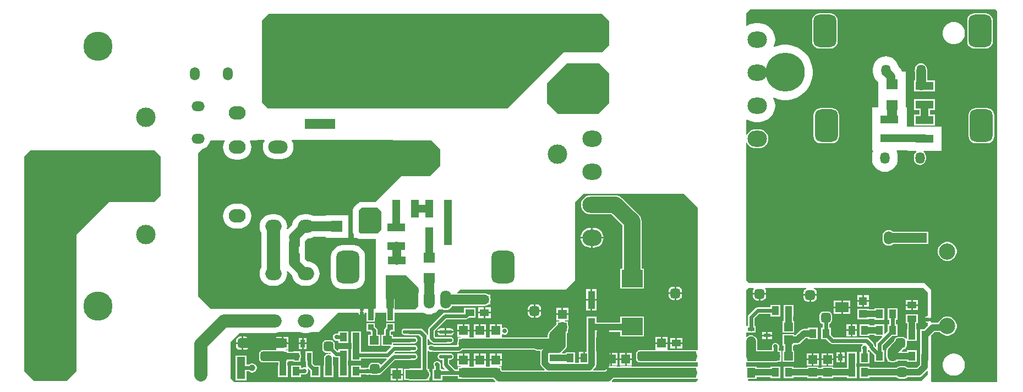
<source format=gbl>
G04*
G04 #@! TF.GenerationSoftware,Altium Limited,Altium Designer,22.0.2 (36)*
G04*
G04 Layer_Physical_Order=2*
G04 Layer_Color=16711680*
%FSLAX25Y25*%
%MOIN*%
G70*
G04*
G04 #@! TF.SameCoordinates,859FC916-3FFD-46C2-8808-FF4F4C249E12*
G04*
G04*
G04 #@! TF.FilePolarity,Positive*
G04*
G01*
G75*
%ADD34C,0.02362*%
%ADD35C,0.05906*%
%ADD36O,0.05906X0.07874*%
G04:AMPARAMS|DCode=37|XSize=59.06mil|YSize=59.06mil|CornerRadius=14.76mil|HoleSize=0mil|Usage=FLASHONLY|Rotation=90.000|XOffset=0mil|YOffset=0mil|HoleType=Round|Shape=RoundedRectangle|*
%AMROUNDEDRECTD37*
21,1,0.05906,0.02953,0,0,90.0*
21,1,0.02953,0.05906,0,0,90.0*
1,1,0.02953,0.01476,0.01476*
1,1,0.02953,0.01476,-0.01476*
1,1,0.02953,-0.01476,-0.01476*
1,1,0.02953,-0.01476,0.01476*
%
%ADD37ROUNDEDRECTD37*%
G04:AMPARAMS|DCode=38|XSize=236.22mil|YSize=236.22mil|CornerRadius=59.06mil|HoleSize=0mil|Usage=FLASHONLY|Rotation=0.000|XOffset=0mil|YOffset=0mil|HoleType=Round|Shape=RoundedRectangle|*
%AMROUNDEDRECTD38*
21,1,0.23622,0.11811,0,0,0.0*
21,1,0.11811,0.23622,0,0,0.0*
1,1,0.11811,0.05906,-0.05906*
1,1,0.11811,-0.05906,-0.05906*
1,1,0.11811,-0.05906,0.05906*
1,1,0.11811,0.05906,0.05906*
%
%ADD38ROUNDEDRECTD38*%
G04:AMPARAMS|DCode=39|XSize=59.06mil|YSize=59.06mil|CornerRadius=14.76mil|HoleSize=0mil|Usage=FLASHONLY|Rotation=180.000|XOffset=0mil|YOffset=0mil|HoleType=Round|Shape=RoundedRectangle|*
%AMROUNDEDRECTD39*
21,1,0.05906,0.02953,0,0,180.0*
21,1,0.02953,0.05906,0,0,180.0*
1,1,0.02953,-0.01476,0.01476*
1,1,0.02953,0.01476,0.01476*
1,1,0.02953,0.01476,-0.01476*
1,1,0.02953,-0.01476,-0.01476*
%
%ADD39ROUNDEDRECTD39*%
%ADD40O,0.06614X0.11024*%
G04:AMPARAMS|DCode=41|XSize=137.8mil|YSize=196.85mil|CornerRadius=34.45mil|HoleSize=0mil|Usage=FLASHONLY|Rotation=0.000|XOffset=0mil|YOffset=0mil|HoleType=Round|Shape=RoundedRectangle|*
%AMROUNDEDRECTD41*
21,1,0.13780,0.12795,0,0,0.0*
21,1,0.06890,0.19685,0,0,0.0*
1,1,0.06890,0.03445,-0.06398*
1,1,0.06890,-0.03445,-0.06398*
1,1,0.06890,-0.03445,0.06398*
1,1,0.06890,0.03445,0.06398*
%
%ADD41ROUNDEDRECTD41*%
%ADD42C,0.23622*%
%ADD43C,0.11811*%
%ADD44O,0.11811X0.09843*%
%ADD45C,0.17717*%
%ADD46O,0.05669X0.07087*%
%ADD47C,0.09843*%
%ADD48O,0.12598X0.15748*%
%ADD49O,0.09843X0.07874*%
%ADD50O,0.10236X0.08189*%
%ADD51O,0.07874X0.09843*%
%ADD52O,0.11811X0.07874*%
%ADD53O,0.05906X0.07874*%
%ADD54O,0.07874X0.05906*%
%ADD55C,0.02756*%
%ADD56C,0.03937*%
%ADD57R,0.07874X0.06000*%
%ADD58R,0.05118X0.04724*%
%ADD59R,0.04459X0.05421*%
%ADD60R,0.06803X0.05847*%
%ADD61R,0.11055X0.05049*%
%ADD62R,0.05510X0.03937*%
%ADD63R,0.05118X0.05906*%
%ADD64R,0.12992X0.10630*%
%ADD65R,0.05315X0.05551*%
%ADD66R,0.05421X0.04459*%
%ADD67R,0.05551X0.05315*%
%ADD68R,0.02756X0.04921*%
%ADD69C,0.01968*%
%ADD70R,0.05049X0.11055*%
%ADD71R,0.05847X0.06803*%
%ADD72R,0.03402X0.03175*%
%ADD73R,0.03937X0.05510*%
%ADD74R,0.02953X0.03937*%
%ADD75R,0.04213X0.02362*%
%ADD76R,0.04331X0.11024*%
%ADD77O,0.08051X0.02315*%
%ADD78R,0.05049X0.13606*%
%ADD79R,0.07087X0.06693*%
%ADD80C,0.07874*%
%ADD81C,0.03937*%
%ADD82C,0.04724*%
%ADD83C,0.05236*%
%ADD84C,0.09843*%
%ADD85C,0.03386*%
%ADD86C,0.05512*%
G36*
X593083Y225814D02*
Y1405D01*
X553713D01*
X553095Y2023D01*
Y29479D01*
X555202Y31585D01*
X558452D01*
X559487Y30550D01*
X560789Y29798D01*
X562241Y29409D01*
X563744D01*
X565196Y29798D01*
X566497Y30550D01*
X567560Y31613D01*
X568312Y32915D01*
X568701Y34367D01*
Y35870D01*
X568312Y37322D01*
X567560Y38623D01*
X566497Y39686D01*
X565196Y40438D01*
X563744Y40827D01*
X562241D01*
X560789Y40438D01*
X559487Y39686D01*
X558424Y38623D01*
X557673Y37322D01*
X557625Y37145D01*
X554050D01*
X553595Y37085D01*
X553095Y37447D01*
Y38993D01*
X553117Y39100D01*
X553095Y39207D01*
Y57141D01*
X548863Y61374D01*
X442563D01*
X441139Y62798D01*
Y146176D01*
X441639Y146276D01*
X441861Y145739D01*
X442776Y144547D01*
X443969Y143632D01*
X445358Y143057D01*
X446848Y142860D01*
X448816D01*
X450307Y143057D01*
X451695Y143632D01*
X452888Y144547D01*
X453803Y145739D01*
X454378Y147128D01*
X454574Y148618D01*
X454378Y150109D01*
X453803Y151497D01*
X452888Y152690D01*
X451695Y153605D01*
X450307Y154180D01*
X448816Y154376D01*
X446848D01*
X445358Y154180D01*
X443969Y153605D01*
X442776Y152690D01*
X441861Y151497D01*
X441639Y150961D01*
X441139Y151060D01*
Y159942D01*
X441639Y160242D01*
X443063Y159481D01*
X444918Y158918D01*
X446848Y158728D01*
X448816D01*
X450746Y158918D01*
X452601Y159481D01*
X454311Y160395D01*
X455810Y161625D01*
X457040Y163124D01*
X457954Y164833D01*
X458516Y166689D01*
X458707Y168618D01*
X458516Y170548D01*
X457954Y172403D01*
X457576Y173109D01*
X457933Y173503D01*
X459371Y172907D01*
X461490Y172339D01*
X463664Y172053D01*
X465858D01*
X468033Y172339D01*
X470151Y172907D01*
X472178Y173746D01*
X474077Y174843D01*
X475817Y176178D01*
X477368Y177729D01*
X478703Y179469D01*
X479800Y181369D01*
X480640Y183395D01*
X481207Y185514D01*
X481494Y187688D01*
Y189882D01*
X481207Y192056D01*
X480640Y194175D01*
X479800Y196201D01*
X478703Y198101D01*
X477368Y199841D01*
X475817Y201392D01*
X474077Y202727D01*
X472178Y203824D01*
X470151Y204663D01*
X468033Y205231D01*
X465858Y205517D01*
X463664D01*
X461490Y205231D01*
X459371Y204663D01*
X458119Y204145D01*
X457784Y204515D01*
X457954Y204834D01*
X458516Y206689D01*
X458707Y208618D01*
X458516Y210548D01*
X457954Y212403D01*
X457040Y214113D01*
X455810Y215612D01*
X454311Y216842D01*
X452601Y217756D01*
X450746Y218318D01*
X448816Y218508D01*
X446848D01*
X444918Y218318D01*
X443063Y217756D01*
X441639Y216995D01*
X441139Y217294D01*
Y224604D01*
X443477Y226941D01*
X591956D01*
X593083Y225814D01*
D02*
G37*
G36*
X358268Y220028D02*
Y205144D01*
X354079Y200956D01*
X330433D01*
X296504Y167027D01*
X151372Y167027D01*
X147959Y170440D01*
Y220246D01*
X152123Y224410D01*
X353886D01*
X358268Y220028D01*
D02*
G37*
G36*
Y187878D02*
Y170171D01*
X351661Y163565D01*
X327072D01*
X320553Y170084D01*
Y182214D01*
X332452Y194113D01*
X352033D01*
X358268Y187878D01*
D02*
G37*
G36*
X250555Y147609D02*
X255906Y142258D01*
Y132399D01*
X249491Y125984D01*
X232283D01*
X216765Y110466D01*
Y110399D01*
X208136D01*
X207252Y110282D01*
X206428Y109941D01*
X205721Y109398D01*
X205721Y109398D01*
X203970Y107647D01*
X203427Y106940D01*
X203086Y106116D01*
X202970Y105232D01*
X202970Y105232D01*
Y92283D01*
X202970Y92283D01*
X203086Y91400D01*
X203427Y90576D01*
X203668Y90261D01*
Y88719D01*
X205134D01*
X205779Y88224D01*
X206602Y87883D01*
X207486Y87767D01*
X207486Y87767D01*
X216765D01*
Y46320D01*
X216102Y45657D01*
X176058D01*
X175391Y45723D01*
X173423D01*
X172755Y45657D01*
X156373Y45657D01*
X155706Y45723D01*
X124979D01*
X124311Y45657D01*
X116744D01*
X109252Y53150D01*
Y139764D01*
X112031Y142543D01*
X112674Y142738D01*
X113775Y143326D01*
X114740Y144118D01*
X115532Y145083D01*
X116121Y146185D01*
X116316Y146827D01*
X117097Y147609D01*
X125098Y147651D01*
X125356Y147222D01*
X124906Y146380D01*
X124478Y144970D01*
X124334Y143504D01*
X124478Y142038D01*
X124906Y140628D01*
X125601Y139328D01*
X126535Y138189D01*
X127674Y137254D01*
X128974Y136560D01*
X130384Y136132D01*
X131850Y135987D01*
X133898D01*
X135364Y136132D01*
X136774Y136560D01*
X138074Y137254D01*
X139213Y138189D01*
X140147Y139328D01*
X140842Y140628D01*
X141270Y142038D01*
X141414Y143504D01*
X141270Y144970D01*
X140842Y146380D01*
X140388Y147231D01*
X140686Y147732D01*
X149096Y147776D01*
X149354Y147348D01*
X148908Y146513D01*
X148489Y145133D01*
X148348Y143697D01*
X148489Y142262D01*
X148908Y140881D01*
X149588Y139609D01*
X150503Y138494D01*
X151618Y137579D01*
X152890Y136899D01*
X154271Y136480D01*
X155706Y136339D01*
X159643D01*
X161079Y136480D01*
X162459Y136899D01*
X163731Y137579D01*
X164846Y138494D01*
X165761Y139609D01*
X166441Y140881D01*
X166860Y142262D01*
X167001Y143697D01*
X166860Y145133D01*
X166441Y146513D01*
X165986Y147364D01*
X166285Y147866D01*
X204167Y148064D01*
X250555Y147609D01*
D02*
G37*
G36*
X220109Y104555D02*
X220109Y93300D01*
X217991Y91182D01*
X207486D01*
X206385Y92283D01*
Y105232D01*
X208136Y106984D01*
X217681D01*
X220109Y104555D01*
D02*
G37*
G36*
X551181Y55512D02*
Y41084D01*
X550715D01*
X549986Y40782D01*
X549427Y40224D01*
X549125Y39494D01*
Y38705D01*
X549427Y37976D01*
X549986Y37418D01*
X550715Y37115D01*
X551181D01*
Y35427D01*
X548977Y33222D01*
X546393D01*
Y26226D01*
X546630D01*
Y20427D01*
X546393D01*
Y13431D01*
X546433D01*
Y11697D01*
X544602Y9866D01*
X538958D01*
X538738Y10195D01*
X537990Y10695D01*
X537106Y10871D01*
X534154D01*
X533270Y10695D01*
X532521Y10195D01*
X532302Y9866D01*
X516009D01*
Y10585D01*
X509976D01*
Y3589D01*
X516009D01*
Y4307D01*
X532302D01*
X532521Y3978D01*
X533270Y3478D01*
X534154Y3302D01*
X537106D01*
X537990Y3478D01*
X538738Y3978D01*
X538958Y4307D01*
X545753D01*
X546473Y4402D01*
X547143Y4679D01*
X547719Y5121D01*
X550681Y8083D01*
X551181Y7876D01*
Y5906D01*
X547223Y1947D01*
X442935D01*
X442215Y2667D01*
X442407Y3128D01*
X447438D01*
Y4307D01*
X455841D01*
Y3589D01*
X461875D01*
Y10585D01*
X455841D01*
Y9866D01*
X447438D01*
Y10609D01*
X441139D01*
Y13128D01*
X443847D01*
X444092Y13096D01*
X444337Y13128D01*
X447438D01*
Y13157D01*
X458858D01*
X459834Y13285D01*
X460315Y13484D01*
X462421D01*
Y15757D01*
X462502Y15953D01*
X462631Y16929D01*
X462502Y17906D01*
X462421Y18101D01*
Y20374D01*
X460865D01*
Y22022D01*
X461024Y22404D01*
Y23265D01*
X460694Y24061D01*
X460085Y24670D01*
X459289Y25000D01*
X458428D01*
X457632Y24670D01*
X457023Y24061D01*
X456693Y23265D01*
Y22404D01*
X456851Y22022D01*
Y20702D01*
X447867D01*
Y25787D01*
X447738Y26764D01*
X447362Y27674D01*
X446762Y28455D01*
X445981Y29054D01*
X445071Y29431D01*
X444095Y29560D01*
X443118Y29431D01*
X442208Y29054D01*
X441639Y28618D01*
X441139Y28864D01*
Y30825D01*
X441201Y31299D01*
X441639Y31299D01*
X443901D01*
X444095Y31261D01*
X444288Y31299D01*
X446988D01*
Y35236D01*
X446102D01*
Y39720D01*
X448863Y42481D01*
X455841D01*
Y40990D01*
X461875D01*
Y47986D01*
X455841D01*
Y46495D01*
X448032D01*
X447263Y46343D01*
X446612Y45907D01*
X442675Y41970D01*
X442240Y41319D01*
X442087Y40551D01*
Y35590D01*
X441734Y35236D01*
X441201Y35236D01*
X441139Y35711D01*
Y56887D01*
X442520Y58268D01*
X445541D01*
X445805Y57768D01*
X445403Y57167D01*
X445211Y56201D01*
Y55224D01*
X449213D01*
X453214D01*
Y56201D01*
X453022Y57167D01*
X452620Y57768D01*
X452884Y58268D01*
X477538D01*
X477587Y57768D01*
X477479Y57746D01*
X476659Y57199D01*
X476112Y56380D01*
X475920Y55413D01*
Y54437D01*
X479921D01*
X483922D01*
Y55413D01*
X483730Y56380D01*
X483183Y57199D01*
X482364Y57746D01*
X482255Y57768D01*
X482304Y58268D01*
X548425D01*
X551181Y55512D01*
D02*
G37*
G36*
X242425Y58546D02*
Y57864D01*
X242789D01*
Y55620D01*
X242509Y54694D01*
X242379Y53382D01*
Y48973D01*
X242509Y47661D01*
X242680Y47097D01*
X240855Y45272D01*
X228169Y45272D01*
Y51177D01*
X227976Y52145D01*
X227428Y52965D01*
X226608Y53514D01*
X225640Y53706D01*
X224672Y53514D01*
X223852Y52965D01*
X223304Y52145D01*
X223187Y51560D01*
X222687Y51609D01*
Y65945D01*
X235026D01*
X242425Y58546D01*
D02*
G37*
G36*
X403543Y115157D02*
X411948Y106753D01*
Y20609D01*
X408904D01*
X408659Y20641D01*
X393892D01*
X393618Y21028D01*
X393618Y21141D01*
Y24303D01*
X389961D01*
X386303D01*
Y21202D01*
X386303Y21028D01*
X385938Y20702D01*
X379687D01*
X379626Y20714D01*
X376673D01*
X375790Y20538D01*
X375041Y20038D01*
X374541Y19289D01*
X374365Y18406D01*
Y15453D01*
X374541Y14570D01*
X375041Y13821D01*
X375790Y13320D01*
X376673Y13145D01*
X379626D01*
X379687Y13157D01*
X389562D01*
X390021Y13096D01*
X408659D01*
X408904Y13128D01*
X411948D01*
Y10609D01*
X408904D01*
X408659Y10641D01*
X371752D01*
Y10868D01*
X364862D01*
Y10641D01*
X362894D01*
Y10868D01*
X356004D01*
Y8759D01*
X355546Y8301D01*
X348674D01*
X348482Y8763D01*
X349606Y9886D01*
X350047Y10462D01*
X350325Y11132D01*
X350420Y11851D01*
Y19645D01*
X350325Y20364D01*
X350221Y20616D01*
Y28150D01*
X350394D01*
Y31669D01*
X364764D01*
Y28848D01*
X379331D01*
Y41052D01*
X364764D01*
Y37229D01*
X350394D01*
Y40748D01*
X344488D01*
Y28150D01*
X344661D01*
Y19844D01*
X344362Y19503D01*
X343416D01*
Y15748D01*
X342916D01*
Y15248D01*
X339947D01*
Y13017D01*
X337402D01*
Y19290D01*
X331890D01*
Y18667D01*
X329851D01*
X329644Y19167D01*
X331690Y21213D01*
X332132Y21789D01*
X332409Y22459D01*
X332504Y23179D01*
Y30886D01*
X333169D01*
Y32992D01*
X333368Y33472D01*
X333497Y34449D01*
X333368Y35425D01*
X333169Y35906D01*
Y38012D01*
X331313D01*
X331284Y38047D01*
X331520Y38547D01*
X333382D01*
Y41823D01*
X329724D01*
X326067D01*
Y38547D01*
X327929D01*
X328165Y38047D01*
X328136Y38012D01*
X326279D01*
Y36339D01*
X322038Y32098D01*
X321439Y31316D01*
X321062Y30407D01*
X320933Y29430D01*
Y28358D01*
X293587D01*
X293222Y28684D01*
X293222Y28858D01*
Y29977D01*
X293722Y30209D01*
X294384Y29934D01*
X295245D01*
X296041Y30264D01*
X296650Y30873D01*
X296980Y31669D01*
Y32531D01*
X296650Y33326D01*
X296041Y33935D01*
X295245Y34265D01*
X294384D01*
X293722Y33991D01*
X293222Y34223D01*
Y36235D01*
X290064D01*
Y32459D01*
X289564D01*
Y31959D01*
X285907D01*
Y28858D01*
X285907Y28684D01*
X285542Y28358D01*
X283744D01*
X283379Y28684D01*
X283379Y28858D01*
Y31959D01*
X279722D01*
X276064D01*
Y28858D01*
X276064Y28684D01*
X275699Y28358D01*
X273902D01*
X273537Y28684D01*
X273537Y28858D01*
Y31959D01*
X269879D01*
X266222D01*
Y28684D01*
X268084D01*
X268320Y28184D01*
X268291Y28148D01*
X266434D01*
Y26042D01*
X266235Y25561D01*
X266107Y24585D01*
X266172Y24094D01*
X265842Y23718D01*
X259053D01*
X258934Y23695D01*
X255171D01*
X254893Y23640D01*
X252106D01*
X252084Y23654D01*
X251316Y23807D01*
X251189D01*
X250625Y24041D01*
X249764D01*
X248968Y23711D01*
X248764Y23508D01*
X248264Y23715D01*
Y27292D01*
X248764Y27341D01*
X248767Y27327D01*
X249202Y26676D01*
X250586Y25292D01*
X251237Y24857D01*
X252005Y24704D01*
X259053D01*
X259174Y24728D01*
X261921D01*
X262680Y24879D01*
X263323Y25309D01*
X263753Y25952D01*
X263904Y26711D01*
X263753Y27470D01*
X263323Y28113D01*
X262680Y28543D01*
X261921Y28694D01*
X259174D01*
X259053Y28718D01*
X252837D01*
X252629Y28926D01*
Y32271D01*
X259690Y39331D01*
X271388D01*
X272156Y39484D01*
X272807Y39919D01*
X273157Y40269D01*
X277314D01*
Y46302D01*
X270318D01*
Y43346D01*
X258858D01*
X258090Y43193D01*
X257439Y42758D01*
X249202Y34521D01*
X248767Y33870D01*
X248615Y33102D01*
Y29910D01*
X248114Y29860D01*
X248112Y29875D01*
X247676Y30526D01*
X245096Y33107D01*
X244445Y33542D01*
X243677Y33695D01*
X237340D01*
X237222Y33718D01*
X237101Y33694D01*
X234354D01*
X233595Y33543D01*
X232951Y33113D01*
X232522Y32470D01*
X232371Y31711D01*
X232522Y30952D01*
X232951Y30309D01*
X233595Y29879D01*
X234354Y29728D01*
X237006D01*
X237245Y29680D01*
X242845D01*
X244250Y28276D01*
Y9458D01*
X237399D01*
X236474Y9336D01*
X236457Y9329D01*
X233836D01*
Y5967D01*
X233825Y5884D01*
X233836Y5802D01*
Y2440D01*
X236457D01*
X236474Y2432D01*
X237399Y2310D01*
X246257D01*
X246833Y2386D01*
X249274D01*
Y3995D01*
X249352Y4097D01*
X249709Y4959D01*
X249831Y5884D01*
X249709Y6809D01*
X249352Y7671D01*
X249274Y7773D01*
Y9382D01*
X248264D01*
Y20036D01*
X248764Y20243D01*
X248968Y20040D01*
X249764Y19710D01*
X250625D01*
X250765Y19768D01*
X251484Y19625D01*
X255116D01*
X255393Y19681D01*
X259029D01*
X259148Y19704D01*
X267123D01*
X267892Y19857D01*
X268543Y20292D01*
X269158Y20908D01*
X269879Y20813D01*
X312792D01*
X313361Y20432D01*
X314244Y20256D01*
X316182D01*
X316525Y19757D01*
X316460Y19258D01*
Y12516D01*
X316554Y11797D01*
X316832Y11126D01*
X317274Y10550D01*
X319061Y8763D01*
X318870Y8301D01*
X293467D01*
X293009Y8759D01*
Y10432D01*
X291153D01*
X291124Y10467D01*
X291360Y10967D01*
X293222D01*
Y14243D01*
X289564D01*
X285907D01*
Y11141D01*
X285907Y10967D01*
X285542Y10641D01*
X283744D01*
X283379Y10967D01*
X283379Y11141D01*
Y14243D01*
X279722D01*
X276064D01*
Y11141D01*
X276064Y10967D01*
X275699Y10641D01*
X273902D01*
X273537Y10967D01*
X273537Y11141D01*
Y14243D01*
X269879D01*
X266222D01*
Y10967D01*
X268084D01*
X268320Y10467D01*
X268291Y10431D01*
X266434D01*
Y8875D01*
X264805D01*
X261060Y12621D01*
Y14728D01*
X261921D01*
X262680Y14879D01*
X263323Y15309D01*
X263753Y15952D01*
X263904Y16711D01*
X263753Y17470D01*
X263323Y18113D01*
X262680Y18543D01*
X261921Y18694D01*
X259174D01*
X259053Y18718D01*
X258932Y18694D01*
X256185D01*
X255426Y18543D01*
X254782Y18113D01*
X254352Y17470D01*
X254202Y16711D01*
X254352Y15952D01*
X254782Y15309D01*
X255426Y14879D01*
X256185Y14728D01*
X257046D01*
Y11790D01*
X257198Y11022D01*
X257633Y10371D01*
X258667Y9337D01*
X258475Y8875D01*
X257149D01*
Y9382D01*
X256078D01*
Y11197D01*
X256176Y11433D01*
Y12294D01*
X255846Y13090D01*
X255237Y13699D01*
X254441Y14029D01*
X253580D01*
X252784Y13699D01*
X252175Y13090D01*
X251845Y12294D01*
Y11433D01*
X252064Y10905D01*
Y9382D01*
X251115D01*
Y2386D01*
X257149D01*
Y4861D01*
X266434D01*
Y3305D01*
X268708D01*
X268903Y3225D01*
X269879Y3096D01*
X288002D01*
X289193Y1905D01*
X289159Y1631D01*
X289082Y1405D01*
X131049D01*
X128937Y3509D01*
X128937Y25591D01*
X134353Y31006D01*
X155706D01*
X157142Y31148D01*
X158290Y31496D01*
X170839Y31496D01*
X171987Y31148D01*
X173423Y31006D01*
X175391D01*
X176827Y31148D01*
X177975Y31496D01*
X182087D01*
X193898Y43307D01*
X206050D01*
Y43292D01*
X206352Y42562D01*
X206910Y42004D01*
X207639Y41702D01*
X208429D01*
X209158Y42004D01*
X209716Y42562D01*
X210018Y43292D01*
Y43307D01*
X211300D01*
Y40351D01*
X211341Y40146D01*
Y37976D01*
X213055D01*
X213829Y37822D01*
X214603Y37976D01*
X216317D01*
Y40146D01*
X216358Y40351D01*
Y43307D01*
X223111D01*
Y40351D01*
X223152Y40146D01*
Y37976D01*
X224866D01*
X225640Y37822D01*
X226414Y37976D01*
X228128D01*
Y40146D01*
X228169Y40351D01*
Y43307D01*
X245506D01*
X246531Y42759D01*
X247793Y42377D01*
X249105Y42247D01*
X250417Y42377D01*
X251678Y42759D01*
X252841Y43381D01*
X253860Y44217D01*
X254696Y45236D01*
X254717Y45276D01*
X257331D01*
X258036Y44984D01*
X259105Y44843D01*
X260173Y44984D01*
X261170Y45396D01*
X262025Y46052D01*
X262681Y46908D01*
X262838Y47287D01*
X262939Y47388D01*
X282675D01*
X283651Y47517D01*
X284561Y47893D01*
X284887Y48144D01*
X286173D01*
Y49832D01*
X286318Y50184D01*
X286447Y51160D01*
X286318Y52137D01*
X286173Y52489D01*
Y54177D01*
X284887D01*
X284561Y54427D01*
X283651Y54804D01*
X282675Y54933D01*
X266270D01*
X266063Y55433D01*
X267717Y57087D01*
X331693D01*
X337598Y62992D01*
Y110236D01*
X342520Y115157D01*
X403543Y115157D01*
D02*
G37*
G36*
X86614Y137795D02*
Y114173D01*
X82677Y110236D01*
X55118D01*
X35433Y90551D01*
Y7874D01*
X29506Y1947D01*
X9864D01*
X3937Y7874D01*
X3937Y137795D01*
X7874Y141732D01*
X82677D01*
X86614Y137795D01*
D02*
G37*
G36*
X411948Y2505D02*
X410852Y1405D01*
X359931D01*
X359854Y1631D01*
X359820Y1905D01*
X361011Y3096D01*
X408659D01*
X408904Y3128D01*
X411948D01*
Y2505D01*
D02*
G37*
%LPC*%
G36*
X566929Y219324D02*
X566600Y219291D01*
X566270D01*
X565946Y219227D01*
X565617Y219195D01*
X565301Y219099D01*
X564977Y219034D01*
X564672Y218908D01*
X564356Y218812D01*
X564064Y218656D01*
X563759Y218530D01*
X563484Y218346D01*
X563193Y218190D01*
X562937Y217981D01*
X562663Y217797D01*
X562429Y217564D01*
X562174Y217354D01*
X561964Y217098D01*
X561730Y216865D01*
X561547Y216590D01*
X561337Y216335D01*
X561181Y216043D01*
X560998Y215769D01*
X560872Y215463D01*
X560716Y215172D01*
X560620Y214856D01*
X560493Y214551D01*
X560429Y214227D01*
X560333Y213911D01*
X560301Y213582D01*
X560236Y213258D01*
Y212927D01*
X560204Y212598D01*
X560236Y212270D01*
Y211939D01*
X560301Y211615D01*
X560333Y211286D01*
X560429Y210970D01*
X560493Y210646D01*
X560620Y210341D01*
X560716Y210025D01*
X560872Y209733D01*
X560998Y209428D01*
X561181Y209153D01*
X561337Y208862D01*
X561547Y208607D01*
X561730Y208332D01*
X561964Y208098D01*
X562174Y207843D01*
X562429Y207633D01*
X562663Y207400D01*
X562937Y207216D01*
X563193Y207007D01*
X563484Y206851D01*
X563759Y206667D01*
X564064Y206541D01*
X564356Y206385D01*
X564672Y206289D01*
X564977Y206163D01*
X565301Y206098D01*
X565617Y206002D01*
X565946Y205970D01*
X566270Y205906D01*
X566600D01*
X566929Y205873D01*
X567258Y205906D01*
X567588D01*
X567912Y205970D01*
X568241Y206002D01*
X568557Y206098D01*
X568881Y206163D01*
X569187Y206289D01*
X569503Y206385D01*
X569794Y206541D01*
X570099Y206667D01*
X570374Y206851D01*
X570666Y207007D01*
X570921Y207216D01*
X571196Y207400D01*
X571429Y207633D01*
X571685Y207843D01*
X571894Y208098D01*
X572128Y208332D01*
X572311Y208607D01*
X572521Y208862D01*
X572677Y209153D01*
X572860Y209428D01*
X572987Y209733D01*
X573142Y210025D01*
X573238Y210341D01*
X573365Y210646D01*
X573429Y210970D01*
X573525Y211286D01*
X573558Y211615D01*
X573622Y211939D01*
Y212270D01*
X573654Y212598D01*
X573622Y212927D01*
Y213258D01*
X573558Y213582D01*
X573525Y213911D01*
X573429Y214227D01*
X573365Y214551D01*
X573238Y214856D01*
X573142Y215172D01*
X572987Y215463D01*
X572860Y215769D01*
X572677Y216043D01*
X572521Y216335D01*
X572311Y216590D01*
X572128Y216865D01*
X571894Y217098D01*
X571685Y217354D01*
X571429Y217564D01*
X571196Y217797D01*
X570921Y217981D01*
X570666Y218190D01*
X570374Y218346D01*
X570099Y218530D01*
X569794Y218656D01*
X569503Y218812D01*
X569187Y218908D01*
X568881Y219034D01*
X568557Y219099D01*
X568241Y219195D01*
X567912Y219227D01*
X567588Y219291D01*
X567258D01*
X566929Y219324D01*
D02*
G37*
G36*
X586248Y224509D02*
X579358D01*
X578253Y224364D01*
X577224Y223937D01*
X576339Y223259D01*
X575661Y222375D01*
X575235Y221345D01*
X575089Y220240D01*
Y207445D01*
X575235Y206340D01*
X575661Y205311D01*
X576339Y204427D01*
X577224Y203748D01*
X578253Y203322D01*
X579358Y203176D01*
X586248D01*
X587353Y203322D01*
X588382Y203748D01*
X589266Y204427D01*
X589945Y205311D01*
X590371Y206340D01*
X590517Y207445D01*
Y220240D01*
X590371Y221345D01*
X589945Y222375D01*
X589266Y223259D01*
X588382Y223937D01*
X587353Y224364D01*
X586248Y224509D01*
D02*
G37*
G36*
X492285D02*
X485396D01*
X484291Y224364D01*
X483261Y223937D01*
X482377Y223259D01*
X481699Y222375D01*
X481272Y221345D01*
X481127Y220240D01*
Y207445D01*
X481272Y206340D01*
X481699Y205311D01*
X482377Y204427D01*
X483261Y203748D01*
X484291Y203322D01*
X485396Y203176D01*
X492285D01*
X493390Y203322D01*
X494420Y203748D01*
X495304Y204427D01*
X495982Y205311D01*
X496409Y206340D01*
X496554Y207445D01*
Y220240D01*
X496409Y221345D01*
X495982Y222375D01*
X495304Y223259D01*
X494420Y223937D01*
X493390Y224364D01*
X492285Y224509D01*
D02*
G37*
G36*
X547045Y194319D02*
X546099Y194194D01*
X545218Y193829D01*
X544461Y193249D01*
X543881Y192492D01*
X543516Y191611D01*
X543439Y191025D01*
X543401Y190933D01*
X543272Y189957D01*
X543390Y189060D01*
Y183952D01*
X542898D01*
Y177328D01*
X546918D01*
X547163Y177296D01*
X547408Y177328D01*
X555527D01*
Y183952D01*
X550935D01*
Y189839D01*
X550807Y190815D01*
X550619Y191270D01*
X550573Y191611D01*
X550209Y192492D01*
X549628Y193249D01*
X548871Y193829D01*
X547990Y194194D01*
X547045Y194319D01*
D02*
G37*
G36*
X555527Y172603D02*
X542898D01*
Y165979D01*
X546036D01*
Y163283D01*
X542898D01*
Y156659D01*
X555527D01*
Y163283D01*
X552389D01*
Y165979D01*
X555527D01*
Y172603D01*
D02*
G37*
G36*
X587107Y167163D02*
X580217D01*
X579112Y167017D01*
X578083Y166591D01*
X577199Y165912D01*
X576520Y165028D01*
X576094Y163999D01*
X575949Y162894D01*
Y150098D01*
X576094Y148994D01*
X576520Y147964D01*
X577199Y147080D01*
X578083Y146402D01*
X579112Y145975D01*
X580217Y145830D01*
X587107D01*
X588212Y145975D01*
X589242Y146402D01*
X590126Y147080D01*
X590804Y147964D01*
X591230Y148994D01*
X591376Y150098D01*
Y162894D01*
X591230Y163999D01*
X590804Y165028D01*
X590126Y165912D01*
X589242Y166591D01*
X588212Y167017D01*
X587107Y167163D01*
D02*
G37*
G36*
X493145D02*
X486255D01*
X485150Y167017D01*
X484121Y166591D01*
X483237Y165912D01*
X482558Y165028D01*
X482132Y163999D01*
X481986Y162894D01*
Y150098D01*
X482132Y148994D01*
X482558Y147964D01*
X483237Y147080D01*
X484121Y146402D01*
X485150Y145975D01*
X486255Y145830D01*
X493145D01*
X494250Y145975D01*
X495279Y146402D01*
X496163Y147080D01*
X496842Y147964D01*
X497268Y148994D01*
X497414Y150098D01*
Y162894D01*
X497268Y163999D01*
X496842Y165028D01*
X496163Y165912D01*
X495279Y166591D01*
X494250Y167017D01*
X493145Y167163D01*
D02*
G37*
G36*
X525785Y198459D02*
X524264Y198309D01*
X522802Y197866D01*
X521455Y197145D01*
X520274Y196176D01*
X519305Y194995D01*
X518585Y193648D01*
X518141Y192186D01*
X517991Y190665D01*
Y189248D01*
X518141Y187728D01*
X518585Y186266D01*
X519305Y184918D01*
X520274Y183737D01*
X521168Y183003D01*
Y181801D01*
X521205Y181431D01*
Y173652D01*
Y169314D01*
X521167Y168927D01*
X521205Y168540D01*
Y167682D01*
X517504D01*
Y152790D01*
Y141442D01*
X517869D01*
X518126Y141013D01*
X517994Y140766D01*
X517551Y139304D01*
X517401Y137784D01*
Y136366D01*
X517551Y134846D01*
X517994Y133384D01*
X518714Y132036D01*
X519684Y130856D01*
X520865Y129886D01*
X522212Y129166D01*
X523674Y128723D01*
X525194Y128573D01*
X526715Y128723D01*
X528177Y129166D01*
X529524Y129886D01*
X530705Y130856D01*
X531674Y132036D01*
X532395Y133384D01*
X532838Y134846D01*
X532988Y136366D01*
Y137784D01*
X532838Y139304D01*
X532395Y140766D01*
X532266Y141007D01*
X532523Y141436D01*
X538764D01*
Y141176D01*
X544104D01*
X544274Y140676D01*
X543871Y140367D01*
X543290Y139610D01*
X542926Y138729D01*
X542801Y137784D01*
Y136366D01*
X542926Y135421D01*
X543290Y134540D01*
X543871Y133783D01*
X544628Y133203D01*
X545509Y132837D01*
X546454Y132713D01*
X547400Y132837D01*
X548281Y133203D01*
X549038Y133783D01*
X549618Y134540D01*
X549983Y135421D01*
X550108Y136366D01*
Y137784D01*
X549983Y138729D01*
X549618Y139610D01*
X549038Y140367D01*
X548634Y140676D01*
X548804Y141176D01*
X559661D01*
Y156068D01*
X549136D01*
X549080Y156073D01*
X538402D01*
Y167682D01*
X537850D01*
Y173652D01*
Y189341D01*
X535599D01*
X535043Y190381D01*
X534101Y191529D01*
X533422Y192208D01*
X532985Y193648D01*
X532265Y194995D01*
X531296Y196176D01*
X530115Y197145D01*
X528767Y197866D01*
X527305Y198309D01*
X525785Y198459D01*
D02*
G37*
G36*
X527559Y93339D02*
X526583Y93211D01*
X525673Y92834D01*
X524892Y92234D01*
X524292Y91453D01*
X523915Y90543D01*
X523787Y89567D01*
Y87598D01*
X523915Y86622D01*
X524292Y85712D01*
X524892Y84931D01*
X525673Y84331D01*
X526583Y83955D01*
X527559Y83826D01*
X528535Y83955D01*
X529445Y84331D01*
X530069Y84810D01*
X547244D01*
X547713Y84872D01*
X551433D01*
Y92293D01*
X547713D01*
X547244Y92355D01*
X530069D01*
X529445Y92834D01*
X528535Y93211D01*
X527559Y93339D01*
D02*
G37*
G36*
X563744Y86102D02*
X562241D01*
X560789Y85713D01*
X559487Y84962D01*
X558424Y83899D01*
X557673Y82597D01*
X557283Y81145D01*
Y79642D01*
X557673Y78190D01*
X558424Y76889D01*
X559487Y75826D01*
X560789Y75074D01*
X562241Y74685D01*
X563744D01*
X565196Y75074D01*
X566497Y75826D01*
X567560Y76889D01*
X568312Y78190D01*
X568701Y79642D01*
Y81145D01*
X568312Y82597D01*
X567560Y83899D01*
X566497Y84962D01*
X565196Y85713D01*
X563744Y86102D01*
D02*
G37*
G36*
X566929Y18536D02*
X566600Y18504D01*
X566270D01*
X565946Y18440D01*
X565617Y18407D01*
X565301Y18311D01*
X564977Y18247D01*
X564672Y18120D01*
X564356Y18024D01*
X564064Y17869D01*
X563759Y17742D01*
X563484Y17559D01*
X563193Y17403D01*
X562937Y17193D01*
X562663Y17010D01*
X562429Y16776D01*
X562174Y16567D01*
X561964Y16311D01*
X561730Y16078D01*
X561547Y15803D01*
X561337Y15547D01*
X561181Y15256D01*
X560998Y14981D01*
X560872Y14676D01*
X560716Y14385D01*
X560620Y14069D01*
X560493Y13763D01*
X560429Y13439D01*
X560333Y13123D01*
X560301Y12794D01*
X560236Y12470D01*
Y12140D01*
X560204Y11811D01*
X560236Y11482D01*
Y11152D01*
X560301Y10828D01*
X560333Y10499D01*
X560429Y10183D01*
X560493Y9859D01*
X560620Y9554D01*
X560716Y9237D01*
X560872Y8946D01*
X560998Y8641D01*
X561181Y8366D01*
X561337Y8075D01*
X561547Y7819D01*
X561730Y7544D01*
X561964Y7311D01*
X562174Y7056D01*
X562429Y6846D01*
X562663Y6612D01*
X562937Y6429D01*
X563193Y6219D01*
X563484Y6063D01*
X563759Y5880D01*
X564064Y5753D01*
X564356Y5598D01*
X564672Y5502D01*
X564977Y5375D01*
X565301Y5311D01*
X565617Y5215D01*
X565946Y5183D01*
X566270Y5118D01*
X566600D01*
X566929Y5086D01*
X567258Y5118D01*
X567588D01*
X567912Y5183D01*
X568241Y5215D01*
X568557Y5311D01*
X568881Y5375D01*
X569187Y5502D01*
X569503Y5598D01*
X569794Y5753D01*
X570099Y5880D01*
X570374Y6063D01*
X570666Y6219D01*
X570921Y6429D01*
X571196Y6612D01*
X571429Y6846D01*
X571685Y7056D01*
X571894Y7311D01*
X572128Y7544D01*
X572311Y7819D01*
X572521Y8075D01*
X572677Y8366D01*
X572860Y8641D01*
X572987Y8946D01*
X573142Y9237D01*
X573238Y9554D01*
X573365Y9859D01*
X573429Y10183D01*
X573525Y10499D01*
X573558Y10828D01*
X573622Y11152D01*
Y11482D01*
X573654Y11811D01*
X573622Y12140D01*
Y12470D01*
X573558Y12794D01*
X573525Y13123D01*
X573429Y13439D01*
X573365Y13763D01*
X573238Y14069D01*
X573142Y14385D01*
X572987Y14676D01*
X572860Y14981D01*
X572677Y15256D01*
X572521Y15547D01*
X572311Y15803D01*
X572128Y16078D01*
X571894Y16311D01*
X571685Y16567D01*
X571429Y16776D01*
X571196Y17010D01*
X570921Y17193D01*
X570666Y17403D01*
X570374Y17559D01*
X570099Y17742D01*
X569794Y17869D01*
X569503Y18024D01*
X569187Y18120D01*
X568881Y18247D01*
X568557Y18311D01*
X568241Y18407D01*
X567912Y18440D01*
X567588Y18504D01*
X567258D01*
X566929Y18536D01*
D02*
G37*
G36*
X133898Y109288D02*
X131850D01*
X130384Y109144D01*
X128974Y108716D01*
X127674Y108021D01*
X126535Y107087D01*
X125601Y105948D01*
X124906Y104648D01*
X124478Y103238D01*
X124334Y101772D01*
X124478Y100305D01*
X124906Y98895D01*
X125601Y97596D01*
X126535Y96457D01*
X127674Y95522D01*
X128974Y94827D01*
X130384Y94400D01*
X131850Y94255D01*
X133898D01*
X135364Y94400D01*
X136774Y94827D01*
X138074Y95522D01*
X139213Y96457D01*
X140147Y97596D01*
X140842Y98895D01*
X141270Y100305D01*
X141414Y101772D01*
X141270Y103238D01*
X140842Y104648D01*
X140147Y105948D01*
X139213Y107087D01*
X138074Y108021D01*
X136774Y108716D01*
X135364Y109144D01*
X133898Y109288D01*
D02*
G37*
G36*
X175391Y102810D02*
X173423D01*
X171987Y102668D01*
X170607Y102250D01*
X169335Y101569D01*
X168220Y100654D01*
X167305Y99539D01*
X166624Y98267D01*
X166206Y96887D01*
X166186Y96690D01*
X163398Y93902D01*
X163285Y93929D01*
X162936Y94146D01*
X163064Y95451D01*
X162923Y96887D01*
X162504Y98267D01*
X161824Y99539D01*
X160909Y100654D01*
X159794Y101569D01*
X158522Y102250D01*
X157142Y102668D01*
X155706Y102810D01*
X153738D01*
X152302Y102668D01*
X150922Y102250D01*
X149650Y101569D01*
X148535Y100654D01*
X147619Y99539D01*
X146939Y98267D01*
X146521Y96887D01*
X146379Y95451D01*
X146521Y94016D01*
X146939Y92635D01*
X147364Y91842D01*
Y85609D01*
Y76750D01*
Y70517D01*
X146939Y69724D01*
X146521Y68344D01*
X146379Y66908D01*
X146521Y65473D01*
X146939Y64092D01*
X147619Y62820D01*
X148535Y61705D01*
X149650Y60790D01*
X150922Y60110D01*
X152302Y59691D01*
X153738Y59550D01*
X155706D01*
X157142Y59691D01*
X158522Y60110D01*
X159794Y60790D01*
X160909Y61705D01*
X161824Y62820D01*
X162504Y64092D01*
X162923Y65473D01*
X163064Y66908D01*
X162936Y68213D01*
X163285Y68430D01*
X163398Y68457D01*
X166186Y65669D01*
X166206Y65473D01*
X166624Y64092D01*
X167305Y62820D01*
X168220Y61705D01*
X169335Y60790D01*
X170607Y60110D01*
X171987Y59691D01*
X173423Y59550D01*
X175391D01*
X176827Y59691D01*
X178207Y60110D01*
X179479Y60790D01*
X180594Y61705D01*
X181509Y62820D01*
X182189Y64092D01*
X182608Y65473D01*
X182749Y66908D01*
X182608Y68344D01*
X182189Y69724D01*
X181509Y70996D01*
X180594Y72111D01*
X179479Y73026D01*
X178207Y73706D01*
X176827Y74125D01*
X175628Y74243D01*
X173996Y75875D01*
Y79827D01*
Y86485D01*
X175628Y88116D01*
X176827Y88234D01*
X178207Y88653D01*
X179009Y89082D01*
X186405D01*
Y88719D01*
X200264D01*
Y102184D01*
X186405D01*
Y101821D01*
X179009D01*
X178207Y102250D01*
X176827Y102668D01*
X175391Y102810D01*
D02*
G37*
G36*
X203432Y84088D02*
X196543D01*
X195203Y83956D01*
X193916Y83566D01*
X192729Y82931D01*
X191689Y82078D01*
X190835Y81038D01*
X190201Y79851D01*
X189811Y78563D01*
X189679Y77224D01*
Y64429D01*
X189811Y63090D01*
X190201Y61803D01*
X190835Y60616D01*
X191689Y59576D01*
X192729Y58722D01*
X193916Y58088D01*
X195203Y57697D01*
X196543Y57565D01*
X203432D01*
X204771Y57697D01*
X206059Y58088D01*
X207245Y58722D01*
X208286Y59576D01*
X209139Y60616D01*
X209773Y61803D01*
X210164Y63090D01*
X210296Y64429D01*
Y77224D01*
X210164Y78563D01*
X209773Y79851D01*
X209139Y81038D01*
X208286Y82078D01*
X207245Y82931D01*
X206059Y83566D01*
X204771Y83956D01*
X203432Y84088D01*
D02*
G37*
G36*
X515567Y53756D02*
X512508D01*
Y50894D01*
X515567D01*
Y53756D01*
D02*
G37*
G36*
X511508D02*
X508449D01*
Y50894D01*
X511508D01*
Y53756D01*
D02*
G37*
G36*
X453214Y54224D02*
X449713D01*
Y50723D01*
X450689D01*
X451655Y50915D01*
X452474Y51463D01*
X453022Y52282D01*
X453214Y53248D01*
Y54224D01*
D02*
G37*
G36*
X448713D02*
X445211D01*
Y53248D01*
X445403Y52282D01*
X445951Y51463D01*
X446770Y50915D01*
X447736Y50723D01*
X448713D01*
Y54224D01*
D02*
G37*
G36*
X483922Y53437D02*
X480421D01*
Y49936D01*
X481398D01*
X482364Y50128D01*
X483183Y50675D01*
X483730Y51494D01*
X483922Y52461D01*
Y53437D01*
D02*
G37*
G36*
X479421D02*
X475920D01*
Y52461D01*
X476112Y51494D01*
X476659Y50675D01*
X477479Y50128D01*
X478445Y49936D01*
X479421D01*
Y53437D01*
D02*
G37*
G36*
X545290Y50805D02*
X542035D01*
Y48337D01*
X545290D01*
Y50805D01*
D02*
G37*
G36*
X541036D02*
X537780D01*
Y48337D01*
X541036D01*
Y50805D01*
D02*
G37*
G36*
X515567Y49894D02*
X512508D01*
Y47032D01*
X515567D01*
Y49894D01*
D02*
G37*
G36*
X511508D02*
X508449D01*
Y47032D01*
X511508D01*
Y49894D01*
D02*
G37*
G36*
X504150Y50458D02*
X499713D01*
Y46958D01*
X504150D01*
Y50458D01*
D02*
G37*
G36*
X498713D02*
X494276D01*
Y46958D01*
X498713D01*
Y50458D01*
D02*
G37*
G36*
X524867Y46018D02*
X518833D01*
Y45299D01*
X515354D01*
Y45669D01*
X508661D01*
Y39370D01*
X515354D01*
Y39740D01*
X518833D01*
Y39022D01*
X524867D01*
Y46018D01*
D02*
G37*
G36*
X545290Y47337D02*
X542035D01*
Y44868D01*
X545290D01*
Y47337D01*
D02*
G37*
G36*
X541036D02*
X537780D01*
Y44868D01*
X541036D01*
Y47337D01*
D02*
G37*
G36*
X504150Y45958D02*
X499713D01*
Y42458D01*
X504150D01*
Y45958D01*
D02*
G37*
G36*
X498713D02*
X494276D01*
Y42458D01*
X498713D01*
Y45958D01*
D02*
G37*
G36*
X508347Y36388D02*
X505618D01*
Y33177D01*
X508347D01*
Y36388D01*
D02*
G37*
G36*
X504618D02*
X501888D01*
Y33177D01*
X504618D01*
Y36388D01*
D02*
G37*
G36*
X469749Y47986D02*
X463716D01*
Y40990D01*
X463953D01*
Y38209D01*
X463287D01*
Y31083D01*
X470177D01*
Y38209D01*
X469512D01*
Y40990D01*
X469749D01*
Y47986D01*
D02*
G37*
G36*
X532741Y46018D02*
X526708D01*
Y39022D01*
X527717D01*
Y36175D01*
X526708D01*
Y32017D01*
X525329Y30639D01*
X524867Y30830D01*
Y36175D01*
X518833D01*
Y35457D01*
X516009D01*
Y36175D01*
X509975D01*
Y29179D01*
X516009D01*
Y29897D01*
X518833D01*
Y29179D01*
X523216D01*
X523407Y28717D01*
X520431Y25741D01*
X519996Y25090D01*
X519843Y24321D01*
Y22909D01*
X519381Y22718D01*
X518770Y23329D01*
Y23566D01*
X518617Y24334D01*
X518182Y24985D01*
X515376Y27792D01*
X514724Y28227D01*
X513956Y28379D01*
X494057D01*
X492387Y30049D01*
Y34207D01*
X491377D01*
Y36479D01*
X491730Y36549D01*
X492479Y37049D01*
X492979Y37798D01*
X493155Y38681D01*
Y41634D01*
X492979Y42517D01*
X492479Y43266D01*
X491730Y43766D01*
X490846Y43942D01*
X487894D01*
X487010Y43766D01*
X486262Y43266D01*
X485761Y42517D01*
X485586Y41634D01*
Y38681D01*
X485761Y37798D01*
X486262Y37049D01*
X487010Y36549D01*
X487363Y36478D01*
Y34207D01*
X486354D01*
Y27211D01*
X489549D01*
X491806Y24953D01*
X492457Y24518D01*
X493225Y24365D01*
X511624D01*
X511743Y23958D01*
X511748Y23865D01*
X511156Y23274D01*
X510827Y22478D01*
Y21617D01*
X510985Y21234D01*
Y19443D01*
X509976D01*
Y12447D01*
X516009D01*
Y19443D01*
X514999D01*
Y20716D01*
X515499Y20923D01*
X518833Y17589D01*
Y13431D01*
X524867D01*
Y20427D01*
X523857D01*
Y23490D01*
X529546Y29179D01*
X532741D01*
Y36175D01*
X531732D01*
Y39022D01*
X532741D01*
Y46018D01*
D02*
G37*
G36*
X456925Y31709D02*
X454319D01*
Y30028D01*
X456925D01*
Y31709D01*
D02*
G37*
G36*
X453319D02*
X450713D01*
Y30028D01*
X453319D01*
Y31709D01*
D02*
G37*
G36*
X484513Y34207D02*
X478479D01*
Y33488D01*
X476083D01*
X475363Y33394D01*
X474693Y33116D01*
X474117Y32674D01*
X470994Y29551D01*
X470177D01*
Y30335D01*
X463287D01*
Y23209D01*
X463953D01*
Y20374D01*
X463169D01*
Y13484D01*
X470295D01*
Y20374D01*
X469512D01*
Y23209D01*
X470177D01*
Y23992D01*
X472146D01*
X472865Y24087D01*
X473535Y24364D01*
X474111Y24806D01*
X477234Y27929D01*
X478479D01*
Y27211D01*
X484513D01*
Y34207D01*
D02*
G37*
G36*
X508347Y32177D02*
X505618D01*
Y28967D01*
X508347D01*
Y32177D01*
D02*
G37*
G36*
X504618D02*
X501888D01*
Y28967D01*
X504618D01*
Y32177D01*
D02*
G37*
G36*
X541535Y42347D02*
X541355Y42323D01*
X537993D01*
Y36811D01*
X538756D01*
Y33222D01*
X538519D01*
Y27667D01*
X538019Y27516D01*
X537754Y27912D01*
X537005Y28412D01*
X536122Y28588D01*
X533169D01*
X532286Y28412D01*
X531537Y27912D01*
X531037Y27163D01*
X530880Y26372D01*
X527057Y22549D01*
X526457Y21768D01*
X526081Y20858D01*
X525952Y19882D01*
Y16929D01*
X526081Y15953D01*
X526457Y15043D01*
X526708Y14717D01*
Y13431D01*
X528396D01*
X528748Y13285D01*
X529724Y13157D01*
X530701Y13285D01*
X531053Y13431D01*
X532741D01*
Y14150D01*
X538518D01*
Y13431D01*
X544552D01*
Y20427D01*
X538518D01*
Y19709D01*
X535540D01*
X535348Y20171D01*
X536215Y21037D01*
X537005Y21194D01*
X537754Y21695D01*
X538254Y22444D01*
X538430Y23327D01*
Y25763D01*
X538519Y26226D01*
X538930Y26226D01*
X544552D01*
Y33222D01*
X544315D01*
Y36811D01*
X545078D01*
Y42323D01*
X541716D01*
X541535Y42347D01*
D02*
G37*
G36*
X456925Y29028D02*
X454319D01*
Y27347D01*
X456925D01*
Y29028D01*
D02*
G37*
G36*
X453319D02*
X450713D01*
Y27347D01*
X453319D01*
Y29028D01*
D02*
G37*
G36*
X500705Y19288D02*
X498728D01*
Y16819D01*
X500705D01*
Y19288D01*
D02*
G37*
G36*
X497728D02*
X495752D01*
Y16819D01*
X497728D01*
Y19288D01*
D02*
G37*
G36*
X485154Y18736D02*
X481996D01*
Y15461D01*
X485154D01*
Y18736D01*
D02*
G37*
G36*
X480996D02*
X477839D01*
Y15461D01*
X480996D01*
Y18736D01*
D02*
G37*
G36*
X494012D02*
X490854D01*
Y15461D01*
X494012D01*
Y18736D01*
D02*
G37*
G36*
X489854D02*
X486697D01*
Y15461D01*
X489854D01*
Y18736D01*
D02*
G37*
G36*
X500705Y15819D02*
X498728D01*
Y13351D01*
X500705D01*
Y15819D01*
D02*
G37*
G36*
X497728D02*
X495752D01*
Y13351D01*
X497728D01*
Y15819D01*
D02*
G37*
G36*
X494012Y14461D02*
X490854D01*
Y11185D01*
X494012D01*
Y14461D01*
D02*
G37*
G36*
X489854D02*
X486697D01*
Y11185D01*
X489854D01*
Y14461D01*
D02*
G37*
G36*
X485154Y14461D02*
X481996D01*
Y11185D01*
X485154D01*
Y14461D01*
D02*
G37*
G36*
X480996D02*
X477839D01*
Y11185D01*
X480996D01*
Y14461D01*
D02*
G37*
G36*
X508135Y19443D02*
X502101D01*
Y12447D01*
X502338D01*
Y10585D01*
X502101D01*
Y9866D01*
X493799D01*
Y10650D01*
X486909D01*
Y9866D01*
X484941D01*
Y10650D01*
X478051D01*
Y9866D01*
X469749D01*
Y10585D01*
X463716D01*
Y3589D01*
X469749D01*
Y4307D01*
X478051D01*
Y3524D01*
X484941D01*
Y4307D01*
X486909D01*
Y3524D01*
X493799D01*
Y4307D01*
X502101D01*
Y3589D01*
X508135D01*
Y10585D01*
X507898D01*
Y12447D01*
X508135D01*
Y19443D01*
D02*
G37*
G36*
X348816Y94568D02*
X348332D01*
Y89118D01*
X354717D01*
X354652Y89779D01*
X354313Y90895D01*
X353764Y91924D01*
X353024Y92826D01*
X352122Y93565D01*
X351093Y94115D01*
X349977Y94454D01*
X348816Y94568D01*
D02*
G37*
G36*
X347332D02*
X346848D01*
X345687Y94454D01*
X344571Y94115D01*
X343542Y93565D01*
X342641Y92826D01*
X341901Y91924D01*
X341351Y90895D01*
X341012Y89779D01*
X340947Y89118D01*
X347332D01*
Y94568D01*
D02*
G37*
G36*
X354717Y88118D02*
X348332D01*
Y82668D01*
X348816D01*
X349977Y82783D01*
X351093Y83121D01*
X352122Y83671D01*
X353024Y84411D01*
X353764Y85313D01*
X354313Y86341D01*
X354652Y87458D01*
X354717Y88118D01*
D02*
G37*
G36*
X347332D02*
X340947D01*
X341012Y87458D01*
X341351Y86341D01*
X341901Y85313D01*
X342641Y84411D01*
X343542Y83671D01*
X344571Y83121D01*
X345687Y82783D01*
X346848Y82668D01*
X347332D01*
Y88118D01*
D02*
G37*
G36*
X361854Y114376D02*
X346848D01*
X345358Y114180D01*
X343969Y113605D01*
X342776Y112690D01*
X341861Y111497D01*
X341286Y110108D01*
X341090Y108618D01*
X341286Y107128D01*
X341861Y105739D01*
X342776Y104547D01*
X343969Y103632D01*
X345358Y103057D01*
X346848Y102860D01*
X359469D01*
X366289Y96040D01*
Y70079D01*
X364764D01*
Y57874D01*
X379331D01*
Y70079D01*
X377805D01*
Y98425D01*
X377609Y99915D01*
X377034Y101304D01*
X376119Y102497D01*
X365926Y112690D01*
X364733Y113605D01*
X363344Y114180D01*
X361854Y114376D01*
D02*
G37*
G36*
X399695Y59029D02*
X398719D01*
Y55527D01*
X402220D01*
Y56504D01*
X402028Y57470D01*
X401481Y58289D01*
X400662Y58836D01*
X399695Y59029D01*
D02*
G37*
G36*
X397719D02*
X396743D01*
X395776Y58836D01*
X394957Y58289D01*
X394410Y57470D01*
X394218Y56504D01*
Y55527D01*
X397719D01*
Y59029D01*
D02*
G37*
G36*
X350606Y57494D02*
X347941D01*
Y51483D01*
X350606D01*
Y57494D01*
D02*
G37*
G36*
X346941D02*
X344276D01*
Y51483D01*
X346941D01*
Y57494D01*
D02*
G37*
G36*
X402220Y54527D02*
X398719D01*
Y51026D01*
X399695D01*
X400662Y51218D01*
X401481Y51766D01*
X402028Y52585D01*
X402220Y53551D01*
Y54527D01*
D02*
G37*
G36*
X397719D02*
X394218D01*
Y53551D01*
X394410Y52585D01*
X394957Y51766D01*
X395776Y51218D01*
X396743Y51026D01*
X397719D01*
Y54527D01*
D02*
G37*
G36*
X314469Y48293D02*
X313492D01*
Y44791D01*
X316993D01*
Y45768D01*
X316801Y46734D01*
X316254Y47553D01*
X315435Y48100D01*
X314469Y48293D01*
D02*
G37*
G36*
X312492D02*
X311516D01*
X310549Y48100D01*
X309730Y47553D01*
X309183Y46734D01*
X308991Y45768D01*
Y44791D01*
X312492D01*
Y48293D01*
D02*
G37*
G36*
X350606Y50483D02*
X347941D01*
Y44471D01*
X350606D01*
Y50483D01*
D02*
G37*
G36*
X346941D02*
X344276D01*
Y44471D01*
X346941D01*
Y50483D01*
D02*
G37*
G36*
X286385Y46515D02*
X283175D01*
Y43786D01*
X286385D01*
Y46515D01*
D02*
G37*
G36*
X282175D02*
X278964D01*
Y43786D01*
X282175D01*
Y46515D01*
D02*
G37*
G36*
X333382Y46099D02*
X330224D01*
Y42823D01*
X333382D01*
Y46099D01*
D02*
G37*
G36*
X329224D02*
X326067D01*
Y42823D01*
X329224D01*
Y46099D01*
D02*
G37*
G36*
X316993Y43791D02*
X313492D01*
Y40290D01*
X314469D01*
X315435Y40482D01*
X316254Y41030D01*
X316801Y41849D01*
X316993Y42815D01*
Y43791D01*
D02*
G37*
G36*
X312492D02*
X308991D01*
Y42815D01*
X309183Y41849D01*
X309730Y41030D01*
X310549Y40482D01*
X311516Y40290D01*
X312492D01*
Y43791D01*
D02*
G37*
G36*
X286385Y42786D02*
X283175D01*
Y40056D01*
X286385D01*
Y42786D01*
D02*
G37*
G36*
X282175D02*
X278964D01*
Y40056D01*
X282175D01*
Y42786D01*
D02*
G37*
G36*
X283379Y36235D02*
X280222D01*
Y32959D01*
X283379D01*
Y36235D01*
D02*
G37*
G36*
X273537D02*
X270379D01*
Y32959D01*
X273537D01*
Y36235D01*
D02*
G37*
G36*
X289064D02*
X285907D01*
Y32959D01*
X289064D01*
Y36235D01*
D02*
G37*
G36*
X279222D02*
X276064D01*
Y32959D01*
X279222D01*
Y36235D01*
D02*
G37*
G36*
X269379D02*
X266222D01*
Y32959D01*
X269379D01*
Y36235D01*
D02*
G37*
G36*
X261921Y33911D02*
X259553D01*
Y32211D01*
X264021D01*
X263953Y32553D01*
X263476Y33267D01*
X262762Y33744D01*
X261921Y33911D01*
D02*
G37*
G36*
X258553D02*
X256185D01*
X255343Y33744D01*
X254629Y33267D01*
X254152Y32553D01*
X254084Y32211D01*
X258553D01*
Y33911D01*
D02*
G37*
G36*
X200061Y32020D02*
X194027D01*
Y30993D01*
X193527Y30659D01*
X193459Y30687D01*
X192598D01*
X191802Y30358D01*
X191193Y29749D01*
X190863Y28953D01*
Y28091D01*
X191193Y27296D01*
X191802Y26686D01*
X192598Y26357D01*
X193459D01*
X193527Y26385D01*
X194027Y26051D01*
Y25024D01*
X200061D01*
Y32020D01*
D02*
G37*
G36*
X264021Y31211D02*
X259553D01*
Y29511D01*
X261921D01*
X262762Y29679D01*
X263476Y30156D01*
X263953Y30869D01*
X264021Y31211D01*
D02*
G37*
G36*
X258553D02*
X254084D01*
X254152Y30869D01*
X254629Y30156D01*
X255343Y29679D01*
X256185Y29511D01*
X258553D01*
Y31211D01*
D02*
G37*
G36*
X163988Y28624D02*
X160831D01*
Y25348D01*
X163988D01*
Y28624D01*
D02*
G37*
G36*
X159831D02*
X156673D01*
Y25348D01*
X159831D01*
Y28624D01*
D02*
G37*
G36*
X402530Y28033D02*
X399319D01*
Y25304D01*
X402530D01*
Y28033D01*
D02*
G37*
G36*
X398319D02*
X395108D01*
Y25304D01*
X398319D01*
Y28033D01*
D02*
G37*
G36*
X393618Y28579D02*
X390461D01*
Y25303D01*
X393618D01*
Y28579D01*
D02*
G37*
G36*
X389461D02*
X386303D01*
Y25303D01*
X389461D01*
Y28579D01*
D02*
G37*
G36*
X137500Y28804D02*
X136524D01*
Y25303D01*
X140025D01*
Y26280D01*
X139833Y27246D01*
X139285Y28065D01*
X138466Y28612D01*
X137500Y28804D01*
D02*
G37*
G36*
X135524D02*
X134547D01*
X133581Y28612D01*
X132762Y28065D01*
X132215Y27246D01*
X132022Y26280D01*
Y25303D01*
X135524D01*
Y28804D01*
D02*
G37*
G36*
X175013Y28045D02*
X173135D01*
Y25085D01*
X175013D01*
Y28045D01*
D02*
G37*
G36*
X172135D02*
X170257D01*
Y25085D01*
X172135D01*
Y28045D01*
D02*
G37*
G36*
X216317Y36794D02*
X211341D01*
Y32045D01*
X213479D01*
X213902Y31621D01*
Y29986D01*
X212346D01*
Y23096D01*
X219472D01*
Y29986D01*
X217916D01*
Y32452D01*
X217763Y33221D01*
X217329Y33872D01*
X216317Y34883D01*
Y36794D01*
D02*
G37*
G36*
X402530Y24304D02*
X399319D01*
Y21574D01*
X402530D01*
Y24304D01*
D02*
G37*
G36*
X398319D02*
X395108D01*
Y21574D01*
X398319D01*
Y24304D01*
D02*
G37*
G36*
X175013Y24085D02*
X173135D01*
Y21124D01*
X175013D01*
Y24085D01*
D02*
G37*
G36*
X172135D02*
X170257D01*
Y21124D01*
X172135D01*
Y24085D01*
D02*
G37*
G36*
X140025Y24303D02*
X136524D01*
Y20802D01*
X137500D01*
X138466Y20994D01*
X139285Y21541D01*
X139833Y22361D01*
X140025Y23327D01*
Y24303D01*
D02*
G37*
G36*
X135524D02*
X132022D01*
Y23327D01*
X132215Y22361D01*
X132762Y21541D01*
X133581Y20994D01*
X134547Y20802D01*
X135524D01*
Y24303D01*
D02*
G37*
G36*
X228128Y36794D02*
X223152D01*
Y34770D01*
X222364Y33982D01*
X221929Y33331D01*
X221776Y32563D01*
Y29986D01*
X220220D01*
Y23096D01*
X225621D01*
X225812Y22634D01*
X222881Y19703D01*
X207936D01*
Y21193D01*
X207698D01*
Y25024D01*
X207936D01*
Y32020D01*
X201902D01*
Y25024D01*
X202139D01*
Y21193D01*
X201902D01*
Y14197D01*
X207936D01*
Y15688D01*
X223170D01*
X223377Y15188D01*
X220167Y11978D01*
X219670Y12027D01*
X219447Y12360D01*
X218698Y12861D01*
X217815Y13036D01*
X214862D01*
X213979Y12861D01*
X213230Y12360D01*
X212730Y11612D01*
X212554Y10728D01*
Y10467D01*
X212330Y10018D01*
X211469D01*
X211087Y9860D01*
X207936D01*
Y11351D01*
X201902D01*
Y4355D01*
X207936D01*
Y5846D01*
X211087D01*
X211469Y5688D01*
X212330D01*
X212894Y5921D01*
X213563D01*
X213979Y5643D01*
X214862Y5468D01*
X217815D01*
X218698Y5643D01*
X219053Y5880D01*
X219648Y5999D01*
X220300Y6434D01*
X228570Y14704D01*
X237222D01*
X237343Y14728D01*
X240090D01*
X240849Y14879D01*
X241492Y15309D01*
X241922Y15952D01*
X242073Y16711D01*
X241922Y17470D01*
X241492Y18113D01*
X240849Y18543D01*
X240090Y18694D01*
X237343D01*
X237222Y18718D01*
X228280D01*
X228073Y19218D01*
X228559Y19704D01*
X237222D01*
X237343Y19728D01*
X240090D01*
X240849Y19879D01*
X241492Y20309D01*
X241922Y20952D01*
X242073Y21711D01*
X241922Y22470D01*
X241492Y23113D01*
X240849Y23543D01*
X240090Y23694D01*
X237343D01*
X237222Y23718D01*
X227728D01*
X227346Y24031D01*
Y24680D01*
X237198D01*
X237438Y24728D01*
X240090D01*
X240849Y24879D01*
X241492Y25309D01*
X241922Y25952D01*
X242073Y26711D01*
X241922Y27470D01*
X241492Y28113D01*
X240849Y28543D01*
X240090Y28694D01*
X237343D01*
X237222Y28718D01*
X237103Y28695D01*
X227346D01*
Y29986D01*
X225791D01*
Y31732D01*
X226103Y32045D01*
X228128D01*
Y36794D01*
D02*
G37*
G36*
X189665Y26619D02*
X186713D01*
X185829Y26443D01*
X185081Y25943D01*
X184580Y25194D01*
X184405Y24311D01*
Y21358D01*
X184580Y20475D01*
X185081Y19726D01*
X185829Y19226D01*
X186713Y19050D01*
X189122D01*
X189351Y18769D01*
X189049Y18352D01*
X188906Y18412D01*
X188186Y18507D01*
X187467Y18412D01*
X186797Y18134D01*
X186221Y17692D01*
X185779Y17117D01*
X185501Y16446D01*
X185407Y15727D01*
Y11351D01*
X185170D01*
Y4355D01*
X191203D01*
Y11351D01*
X190966D01*
Y15727D01*
X190871Y16446D01*
X190758Y16720D01*
X191182Y17003D01*
X191500Y16686D01*
X192151Y16251D01*
X192919Y16098D01*
X194027D01*
Y14197D01*
X194265D01*
Y11351D01*
X194027D01*
Y4355D01*
X200061D01*
Y11351D01*
X199824D01*
Y14197D01*
X200061D01*
Y21193D01*
X194027D01*
Y20542D01*
X193527Y20335D01*
X191973Y21889D01*
Y24311D01*
X191798Y25194D01*
X191297Y25943D01*
X190549Y26443D01*
X189665Y26619D01*
D02*
G37*
G36*
X342416Y19503D02*
X339947D01*
Y16248D01*
X342416D01*
Y19503D01*
D02*
G37*
G36*
X371965Y18954D02*
X368807D01*
Y15679D01*
X371965D01*
Y18954D01*
D02*
G37*
G36*
X367807D02*
X364650D01*
Y15679D01*
X367807D01*
Y18954D01*
D02*
G37*
G36*
X363106D02*
X359949D01*
Y15679D01*
X363106D01*
Y18954D01*
D02*
G37*
G36*
X358949D02*
X355791D01*
Y15679D01*
X358949D01*
Y18954D01*
D02*
G37*
G36*
X293222Y18518D02*
X290064D01*
Y15243D01*
X293222D01*
Y18518D01*
D02*
G37*
G36*
X283379D02*
X280222D01*
Y15243D01*
X283379D01*
Y18518D01*
D02*
G37*
G36*
X289064D02*
X285907D01*
Y15243D01*
X289064D01*
Y18518D01*
D02*
G37*
G36*
X279222D02*
X276064D01*
Y15243D01*
X279222D01*
Y18518D01*
D02*
G37*
G36*
X273537Y18518D02*
X270379D01*
Y15243D01*
X273537D01*
Y18518D01*
D02*
G37*
G36*
X269379D02*
X266222D01*
Y15243D01*
X269379D01*
Y18518D01*
D02*
G37*
G36*
X163988Y24348D02*
X160331D01*
X156673D01*
Y21246D01*
X156673Y21073D01*
X156308Y20746D01*
X149848D01*
X149599Y20714D01*
X148327D01*
X147443Y20538D01*
X146695Y20038D01*
X146194Y19289D01*
X146019Y18406D01*
Y15453D01*
X146194Y14570D01*
X146695Y13821D01*
X147443Y13320D01*
X148327Y13145D01*
X151279D01*
X151566Y13202D01*
X157699D01*
Y11351D01*
X157611D01*
Y4355D01*
X163644D01*
Y11351D01*
X163259D01*
Y13411D01*
X163776D01*
Y14063D01*
X166730D01*
Y13463D01*
X171060D01*
Y15309D01*
X171171Y15453D01*
X171449Y16123D01*
X171543Y16843D01*
X171449Y17562D01*
X171171Y18232D01*
X171060Y18376D01*
Y19959D01*
X166730D01*
Y19622D01*
X163776D01*
Y20537D01*
X161919D01*
X161890Y20573D01*
X162126Y21073D01*
X163988D01*
Y24348D01*
D02*
G37*
G36*
X371965Y14679D02*
X368807D01*
Y11403D01*
X371965D01*
Y14679D01*
D02*
G37*
G36*
X367807D02*
X364650D01*
Y11403D01*
X367807D01*
Y14679D01*
D02*
G37*
G36*
X363106Y14679D02*
X359949D01*
Y11403D01*
X363106D01*
Y14679D01*
D02*
G37*
G36*
X358949D02*
X355791D01*
Y11403D01*
X358949D01*
Y14679D01*
D02*
G37*
G36*
X178541Y19959D02*
X174210D01*
Y13463D01*
X174368D01*
Y11789D01*
X174521Y11021D01*
X174956Y10370D01*
X174995Y10332D01*
X174712Y9908D01*
X174031Y10190D01*
X173169D01*
X172605Y9956D01*
X171519D01*
Y11351D01*
X165485D01*
Y4355D01*
X171519D01*
Y5942D01*
X172969D01*
X173169Y5859D01*
X174031D01*
X174827Y6189D01*
X175436Y6798D01*
X175765Y7594D01*
Y8455D01*
X175483Y9136D01*
X175907Y9419D01*
X177295Y8031D01*
Y4355D01*
X183329D01*
Y11351D01*
X179652D01*
X178383Y12621D01*
Y13463D01*
X178541D01*
Y19959D01*
D02*
G37*
G36*
X138349Y17412D02*
X131725D01*
Y2231D01*
X138349D01*
Y7814D01*
X140036D01*
X140234Y7616D01*
X140863Y7253D01*
X141564Y7066D01*
X142289D01*
X142990Y7253D01*
X143619Y7616D01*
X144132Y8129D01*
X144495Y8758D01*
X144683Y9459D01*
Y10184D01*
X144495Y10885D01*
X144132Y11513D01*
X143619Y12027D01*
X142990Y12389D01*
X142289Y12577D01*
X141564D01*
X140863Y12389D01*
X140234Y12027D01*
X140036Y11828D01*
X138349D01*
Y17412D01*
D02*
G37*
G36*
X233300Y9542D02*
X230025D01*
Y6384D01*
X233300D01*
Y9542D01*
D02*
G37*
G36*
X229025D02*
X225749D01*
Y6384D01*
X229025D01*
Y9542D01*
D02*
G37*
G36*
X233300Y5384D02*
X230025D01*
Y2227D01*
X233300D01*
Y5384D01*
D02*
G37*
G36*
X229025D02*
X225749D01*
Y2227D01*
X229025D01*
Y5384D01*
D02*
G37*
%LPD*%
D34*
X204919Y7853D02*
X211899D01*
X254071Y7414D02*
X254617Y6868D01*
X254071Y7414D02*
Y11803D01*
X254011Y11864D02*
X254071Y11803D01*
X227728Y21711D02*
X237222D01*
X204919Y17695D02*
X223712D01*
X227739Y16711D02*
X237222D01*
X218880Y7853D02*
X227739Y16711D01*
X223712Y17695D02*
X227728Y21711D01*
X216590Y7928D02*
X216732Y8071D01*
X211975Y7928D02*
X216590D01*
X211899Y7853D02*
X211975Y7928D01*
X173525Y7949D02*
X173600Y8024D01*
X168502Y7853D02*
X168598Y7949D01*
X173525D01*
X552684Y39100D02*
X554655D01*
X549139D02*
X551109D01*
X549114Y39075D02*
X549139Y39100D01*
X208071Y41043D02*
Y43285D01*
X208034Y45261D02*
Y47503D01*
X489370Y40157D02*
X489370Y40157D01*
Y30709D02*
Y40157D01*
Y30709D02*
X489370Y30709D01*
Y30227D02*
Y30709D01*
Y30227D02*
X493225Y26372D01*
X529724Y32677D02*
Y42520D01*
Y32677D02*
X529724Y32677D01*
X521850Y17410D02*
Y24321D01*
X516763Y22497D02*
X521850Y17410D01*
X516763Y22497D02*
Y23566D01*
X513956Y26372D02*
X516763Y23566D01*
X493225Y26372D02*
X513956D01*
X521850Y16929D02*
Y17410D01*
Y24321D02*
X529724Y32196D01*
Y32677D01*
X512992Y15945D02*
Y22047D01*
Y15945D02*
X512992Y15945D01*
X512992Y22047D02*
X512992Y22047D01*
X187205Y23819D02*
X192919Y18105D01*
X258858Y41339D02*
X271388D01*
X250622Y33102D02*
X258858Y41339D01*
X273335Y43286D02*
X273816D01*
X271388Y41339D02*
X273335Y43286D01*
X250622Y28095D02*
Y33102D01*
X371546Y34449D02*
X372047Y34950D01*
X250270Y21800D02*
X251316D01*
X251484Y21632D01*
X255116D01*
X255171Y21688D02*
X259029D01*
X255116Y21632D02*
X255171Y21688D01*
X250622Y28095D02*
X252005Y26711D01*
X259053D01*
X250194Y21876D02*
X250270Y21800D01*
X259029Y21688D02*
X259053Y21711D01*
X267123D01*
X254617Y6868D02*
X263974D01*
X243677Y31688D02*
X246257Y29107D01*
Y5884D02*
Y29107D01*
X192919Y18105D02*
X196635D01*
X197044Y17695D01*
X193028Y28522D02*
X197044D01*
X273817Y51160D02*
X274085Y51429D01*
X273816Y51160D02*
X273817Y51160D01*
X458858Y22835D02*
X458858Y22835D01*
X458858Y16929D02*
Y22835D01*
X458858Y16929D02*
X458858Y16929D01*
X444095Y40551D02*
X448032Y44488D01*
X444095Y33268D02*
Y40551D01*
X448032Y44488D02*
X457874D01*
X135037Y9821D02*
X141927D01*
X160462Y16843D02*
X160479Y16826D01*
Y8001D02*
X160627Y7853D01*
X168764Y16843D02*
X168895Y16711D01*
X179264Y9382D02*
X180312Y8334D01*
Y7853D02*
Y8334D01*
X176375Y11789D02*
Y16711D01*
Y11789D02*
X178782Y9382D01*
X179264D01*
X267123Y21711D02*
X269879Y24467D01*
Y24585D01*
X237222Y31711D02*
X237245Y31688D01*
X243677D01*
X259053Y11790D02*
Y16711D01*
X263974Y6868D02*
X269879D01*
X259053Y11790D02*
X263974Y6868D01*
X225120Y33900D02*
Y34013D01*
X223783Y32563D02*
X225120Y33900D01*
Y34013D02*
X225527Y34420D01*
X225640D01*
X223783Y26541D02*
Y32563D01*
X215909Y26541D02*
Y32452D01*
X213942Y34420D02*
X215909Y32452D01*
X213829Y34420D02*
X213942D01*
X223930Y26687D02*
X237198D01*
X237222Y26711D01*
X223783Y26541D02*
X223930Y26687D01*
D35*
X359449Y6869D02*
X408659D01*
X357109Y4529D02*
X359449Y6869D01*
X279722Y6868D02*
X289564D01*
Y6869D02*
X291904Y4529D01*
X315721Y24585D02*
X324706D01*
X289564D02*
X315721D01*
X269879Y6868D02*
X279722D01*
X291904Y4529D02*
X357109D01*
X547045Y189957D02*
X547163Y189839D01*
Y181068D02*
Y189839D01*
X529563Y168957D02*
X529593Y168927D01*
Y161362D02*
Y168927D01*
X529528Y168957D02*
X529563D01*
X529108D02*
X529528D01*
X529079Y168927D02*
X529108Y168957D01*
X177165Y157480D02*
X188976D01*
X249045Y76713D02*
X249213D01*
X249016Y76742D02*
X249045Y76713D01*
X536417Y88583D02*
X547244D01*
X527559D02*
X536417D01*
X324706Y23761D02*
Y24585D01*
Y29430D01*
X329724Y34449D01*
X174407Y95451D02*
X174407Y95451D01*
X193334D01*
X167261Y76750D02*
Y85609D01*
Y73602D02*
Y76750D01*
Y73602D02*
X173955Y66908D01*
X174407D01*
X173955Y95451D02*
X174407D01*
X167291Y88787D02*
X173955Y95451D01*
X249159Y51231D02*
Y64144D01*
X249105Y51177D02*
X249159Y51231D01*
X249105Y64144D02*
X249159D01*
X390021Y16869D02*
X408659D01*
X378150Y16929D02*
X389961D01*
X390021Y16869D01*
X529724Y19882D02*
X534646Y24803D01*
X529724Y16929D02*
Y19882D01*
X136024Y24803D02*
X136069Y24848D01*
X160331D01*
X149803Y16929D02*
X149848Y16974D01*
X160331D01*
X249105Y64144D02*
X249134Y64173D01*
X249213D01*
X273817Y51160D02*
X282675D01*
X259122D02*
X273817D01*
X444095Y16871D02*
X444152Y16929D01*
X444095Y16871D02*
Y25787D01*
X444092Y16869D02*
X444095Y16871D01*
X444152Y16929D02*
X458858D01*
X279722Y24585D02*
X289564D01*
X269879D02*
X279722D01*
X259105Y51177D02*
X259122Y51160D01*
D36*
X507874Y88583D02*
D03*
X527559D02*
D03*
D37*
X398219Y55027D02*
D03*
X133858Y55118D02*
D03*
X487795Y75984D02*
D03*
X449213Y54724D02*
D03*
X479921Y53937D02*
D03*
X378150Y16929D02*
D03*
X315721Y24041D02*
D03*
X534646Y24803D02*
D03*
X535630Y7087D02*
D03*
X136024Y24803D02*
D03*
X149803Y16929D02*
D03*
X216339Y9252D02*
D03*
X188189Y22835D02*
D03*
X312992Y44291D02*
D03*
X156472Y221046D02*
D03*
D38*
X19761Y14106D02*
D03*
D39*
X489370Y40157D02*
D03*
D40*
X259105Y51177D02*
D03*
X249105D02*
D03*
X239105D02*
D03*
D41*
X293950Y70827D02*
D03*
X199987D02*
D03*
X489700Y156496D02*
D03*
X583662D02*
D03*
X582803Y213843D02*
D03*
X488841D02*
D03*
D42*
X464761Y188785D02*
D03*
Y109248D02*
D03*
D43*
X326966Y139147D02*
D03*
Y178316D02*
D03*
Y208350D02*
D03*
X77362Y161417D02*
D03*
Y125984D02*
D03*
Y90551D02*
D03*
D44*
X347832Y208618D02*
D03*
Y188618D02*
D03*
Y168618D02*
D03*
Y148618D02*
D03*
Y128618D02*
D03*
Y108618D02*
D03*
Y88618D02*
D03*
X447832Y208618D02*
D03*
Y188618D02*
D03*
Y168618D02*
D03*
Y148618D02*
D03*
Y128618D02*
D03*
Y108618D02*
D03*
Y88618D02*
D03*
D45*
X48622Y204724D02*
D03*
Y47244D02*
D03*
D46*
X525785Y189957D02*
D03*
X547045D02*
D03*
X525194Y137075D02*
D03*
X546454D02*
D03*
D47*
X562992Y80394D02*
D03*
Y100394D02*
D03*
Y35118D02*
D03*
Y55118D02*
D03*
D48*
X242320Y177162D02*
D03*
Y137792D02*
D03*
D49*
X154722Y95451D02*
D03*
X174407D02*
D03*
X154722Y38365D02*
D03*
X174407D02*
D03*
X154722Y66908D02*
D03*
X174407D02*
D03*
D50*
X132874Y164370D02*
D03*
Y143504D02*
D03*
Y122638D02*
D03*
Y101772D02*
D03*
D51*
X156693Y207874D02*
D03*
Y113386D02*
D03*
D52*
X157675Y173225D02*
D03*
Y143697D02*
D03*
D53*
X127126Y187992D02*
D03*
X107126D02*
D03*
D54*
X109252Y148622D02*
D03*
Y168307D02*
D03*
D55*
X351575Y23622D02*
D03*
X336614D02*
D03*
X211899Y7853D02*
D03*
X254011Y11864D02*
D03*
X173600Y8024D02*
D03*
X549212Y47244D02*
D03*
X543307Y11811D02*
D03*
X531496D02*
D03*
X525590Y47244D02*
D03*
X519685Y11811D02*
D03*
X496063Y35433D02*
D03*
Y11811D02*
D03*
X478346Y47244D02*
D03*
X472441Y35433D02*
D03*
X478346Y23622D02*
D03*
X460630Y35433D02*
D03*
X448819D02*
D03*
X401575Y106299D02*
D03*
X407480Y94488D02*
D03*
X401575Y82677D02*
D03*
X407480Y70866D02*
D03*
Y47244D02*
D03*
X401575Y35433D02*
D03*
X407480Y23622D02*
D03*
X389764Y106299D02*
D03*
X395669Y94488D02*
D03*
X389764Y82677D02*
D03*
X395669Y70866D02*
D03*
X389764Y59055D02*
D03*
X395669Y47244D02*
D03*
X389764Y35433D02*
D03*
X377953Y106299D02*
D03*
X383858Y94488D02*
D03*
Y70866D02*
D03*
Y47244D02*
D03*
X372047D02*
D03*
Y23622D02*
D03*
X360236Y94488D02*
D03*
X354331Y82677D02*
D03*
X360236Y70866D02*
D03*
X354331Y59055D02*
D03*
X360236Y47244D02*
D03*
X342520Y82677D02*
D03*
X348425Y70866D02*
D03*
X342520Y59055D02*
D03*
X336614Y47244D02*
D03*
X324803D02*
D03*
X318898Y35433D02*
D03*
X307086D02*
D03*
X301181Y47244D02*
D03*
X289370D02*
D03*
X248031Y35433D02*
D03*
X236220Y11811D02*
D03*
X147638Y23622D02*
D03*
X481879Y21019D02*
D03*
X490552Y20864D02*
D03*
X498425Y20866D02*
D03*
X454078Y25505D02*
D03*
X458568Y29404D02*
D03*
X454551Y33342D02*
D03*
X512992Y22047D02*
D03*
X475399Y17162D02*
D03*
X475511Y11889D02*
D03*
X498819Y39764D02*
D03*
X499606Y52756D02*
D03*
X492520Y48819D02*
D03*
X512598Y56693D02*
D03*
X518898Y50394D02*
D03*
X534646Y48031D02*
D03*
X541736Y55185D02*
D03*
X193028Y28522D02*
D03*
X258858Y35433D02*
D03*
X300197Y12795D02*
D03*
X263779D02*
D03*
X167880Y25105D02*
D03*
X229688Y11835D02*
D03*
X263227Y35587D02*
D03*
X289988Y43397D02*
D03*
X290054Y38421D02*
D03*
X294815Y32100D02*
D03*
X295567Y13003D02*
D03*
X343025Y22708D02*
D03*
X359686Y22202D02*
D03*
X368656Y21966D02*
D03*
X398622Y30512D02*
D03*
X389764D02*
D03*
X383858Y24606D02*
D03*
X329724Y48228D02*
D03*
X347598Y59272D02*
D03*
X250194Y21876D02*
D03*
X188186Y15727D02*
D03*
X458858Y22835D02*
D03*
D56*
X217500Y104376D02*
D03*
X217520Y95472D02*
D03*
X210630Y104331D02*
D03*
X141927Y9821D02*
D03*
D57*
X499213Y46458D02*
D03*
D58*
X512008Y42520D02*
D03*
Y50394D02*
D03*
D59*
X512992Y32677D02*
D03*
X505118D02*
D03*
X549409Y16929D02*
D03*
X541535D02*
D03*
X549410Y29724D02*
D03*
X541535D02*
D03*
X529724Y42520D02*
D03*
X521850D02*
D03*
X188186Y7853D02*
D03*
X180312D02*
D03*
X521850Y16929D02*
D03*
X529724D02*
D03*
X512992Y15945D02*
D03*
X505118D02*
D03*
X521850Y32677D02*
D03*
X529724D02*
D03*
X505118Y7087D02*
D03*
X512992D02*
D03*
X458858D02*
D03*
X466733D02*
D03*
X204919Y7853D02*
D03*
X197044D02*
D03*
X204919Y17695D02*
D03*
X197044D02*
D03*
X489370Y30709D02*
D03*
X481496D02*
D03*
X458858Y44488D02*
D03*
X466732D02*
D03*
X204919Y28522D02*
D03*
X197044D02*
D03*
X160627Y7853D02*
D03*
X168502D02*
D03*
X246257Y5884D02*
D03*
X254132D02*
D03*
D60*
X529528Y168957D02*
D03*
Y181496D02*
D03*
X188976Y157480D02*
D03*
Y144941D02*
D03*
X249213Y76713D02*
D03*
Y64173D02*
D03*
X547244Y88583D02*
D03*
Y76043D02*
D03*
X177165Y170020D02*
D03*
Y157480D02*
D03*
D61*
X527953Y160236D02*
D03*
Y148888D02*
D03*
X549213Y169291D02*
D03*
Y180640D02*
D03*
Y159971D02*
D03*
Y148622D02*
D03*
X229655Y63522D02*
D03*
Y74870D02*
D03*
X229331Y95010D02*
D03*
Y83661D02*
D03*
D62*
X541535Y39567D02*
D03*
Y47837D02*
D03*
D63*
X444092Y6869D02*
D03*
Y16869D02*
D03*
X408659Y6869D02*
D03*
Y16869D02*
D03*
D64*
X372047Y34950D02*
D03*
Y63976D02*
D03*
D65*
X368307Y7305D02*
D03*
Y15179D02*
D03*
X359449D02*
D03*
Y7305D02*
D03*
X289564Y14743D02*
D03*
Y6869D02*
D03*
X279722Y14743D02*
D03*
Y6869D02*
D03*
X536417Y80708D02*
D03*
Y88583D02*
D03*
X481496Y14961D02*
D03*
Y7087D02*
D03*
X490354Y14961D02*
D03*
Y7087D02*
D03*
X466732Y34646D02*
D03*
Y26772D02*
D03*
X160331Y16974D02*
D03*
Y24848D02*
D03*
X389961Y24803D02*
D03*
Y16929D02*
D03*
X269879Y24585D02*
D03*
Y32459D02*
D03*
X289564Y24585D02*
D03*
Y32459D02*
D03*
X279722Y24585D02*
D03*
Y32459D02*
D03*
X329724Y34449D02*
D03*
Y42323D02*
D03*
X269879Y6868D02*
D03*
Y14743D02*
D03*
D66*
X282675Y43286D02*
D03*
Y51160D02*
D03*
X324706Y15887D02*
D03*
Y23761D02*
D03*
X398819Y24803D02*
D03*
Y16929D02*
D03*
X273816Y43286D02*
D03*
Y51160D02*
D03*
D67*
X215909Y26541D02*
D03*
X223783D02*
D03*
X466732Y16929D02*
D03*
X458858D02*
D03*
X229525Y5884D02*
D03*
X237399D02*
D03*
D68*
X168895Y16711D02*
D03*
X176375D02*
D03*
X172635Y24585D02*
D03*
D69*
X551109Y39100D02*
D03*
X552684D02*
D03*
X208034Y43686D02*
D03*
Y45261D02*
D03*
D70*
X229331Y106299D02*
D03*
X240679D02*
D03*
X225640Y51177D02*
D03*
X214291D02*
D03*
X260364Y89567D02*
D03*
X249016D02*
D03*
X260364Y106299D02*
D03*
X249016D02*
D03*
D71*
X167687Y86614D02*
D03*
X155148D02*
D03*
X167687Y75787D02*
D03*
X155148D02*
D03*
D72*
X225640Y40351D02*
D03*
Y34420D02*
D03*
X213829Y40351D02*
D03*
Y34420D02*
D03*
D73*
X342916Y15748D02*
D03*
X334646D02*
D03*
D74*
X498228Y7087D02*
D03*
Y16319D02*
D03*
D75*
X444095Y25787D02*
D03*
Y33268D02*
D03*
X453819Y29528D02*
D03*
D76*
X347441Y50983D02*
D03*
Y34449D02*
D03*
D77*
X237222Y16711D02*
D03*
Y21711D02*
D03*
Y26711D02*
D03*
Y31711D02*
D03*
X259053Y16711D02*
D03*
Y21711D02*
D03*
Y26711D02*
D03*
Y31711D02*
D03*
D78*
X135037Y9821D02*
D03*
X110893D02*
D03*
D79*
X210597Y95451D02*
D03*
X193334D02*
D03*
D80*
X354565Y12378D02*
Y16551D01*
Y31008D01*
X110893Y24279D02*
X124979Y38365D01*
X110893Y9821D02*
Y24279D01*
X154722Y85609D02*
Y95451D01*
Y76750D02*
Y85609D01*
Y66908D02*
Y76750D01*
X124979Y38365D02*
X154722D01*
X110893Y5649D02*
Y9821D01*
D81*
X321518Y10237D02*
X346026D01*
X319239Y12516D02*
X321518Y10237D01*
X347441Y19844D02*
X347640Y19645D01*
X346026Y10237D02*
X347640Y11851D01*
X329724Y23179D02*
Y34449D01*
X327418Y20872D02*
X329724Y23179D01*
X319239Y19258D02*
X320854Y20872D01*
X319239Y12516D02*
Y19258D01*
X347441Y19844D02*
Y34449D01*
X347640Y11851D02*
Y19645D01*
X320854Y20872D02*
X327418D01*
X549409Y29724D02*
X554050Y34365D01*
X562239D02*
X562992Y35118D01*
X512992Y7087D02*
X535630D01*
X549213Y10546D02*
Y17717D01*
X535630Y7087D02*
X545753D01*
X549213Y10546D01*
X549409Y16929D02*
Y29724D01*
X554050Y34365D02*
X562239D01*
X541535Y29724D02*
Y39567D01*
X466732Y34646D02*
Y44488D01*
X347441Y34449D02*
X371546D01*
X324706Y15887D02*
X334507D01*
X529724Y16929D02*
X541535D01*
X188186Y7853D02*
Y15727D01*
X512992Y32677D02*
X521850D01*
X512008Y42520D02*
X521850D01*
X505118Y7087D02*
Y15945D01*
X466732Y26772D02*
X472146D01*
X476083Y30709D02*
X481496D01*
X472146Y26772D02*
X476083Y30709D01*
X498228Y7087D02*
X505118D01*
X466733D02*
X481496D01*
X490354D02*
X498228D01*
X481496D02*
X490354D01*
X444092Y6869D02*
X444310Y7087D01*
X458858D01*
X466732Y16929D02*
Y26772D01*
X160479Y8001D02*
Y16826D01*
X160462Y16843D02*
X168764D01*
X197044Y7853D02*
Y17695D01*
X204919D02*
Y28522D01*
D82*
X549213Y159971D02*
Y169291D01*
X527953Y148888D02*
X528086Y148755D01*
X549080D01*
X549213Y148622D01*
X249016Y76742D02*
Y89567D01*
X260364D02*
Y106299D01*
X240679D02*
X249016D01*
X229331Y95010D02*
Y106299D01*
D83*
X528744Y181801D02*
X529049Y181496D01*
X528744Y181801D02*
Y186172D01*
X529049Y181496D02*
X529528D01*
X525785Y189131D02*
X528744Y186172D01*
X525785Y189131D02*
Y189957D01*
X229493Y74964D02*
X229586Y74870D01*
X229493Y74964D02*
Y83568D01*
X229399Y83661D02*
X229493Y83568D01*
X229586Y74870D02*
X229655D01*
X229331Y83661D02*
X229399D01*
D84*
X361854Y108618D02*
X372047Y98425D01*
Y63976D02*
Y98425D01*
X347832Y108618D02*
X361854D01*
D85*
X213829Y40351D02*
Y51177D01*
X225640Y40351D02*
Y51177D01*
D86*
X237399Y5884D02*
X246257D01*
M02*

</source>
